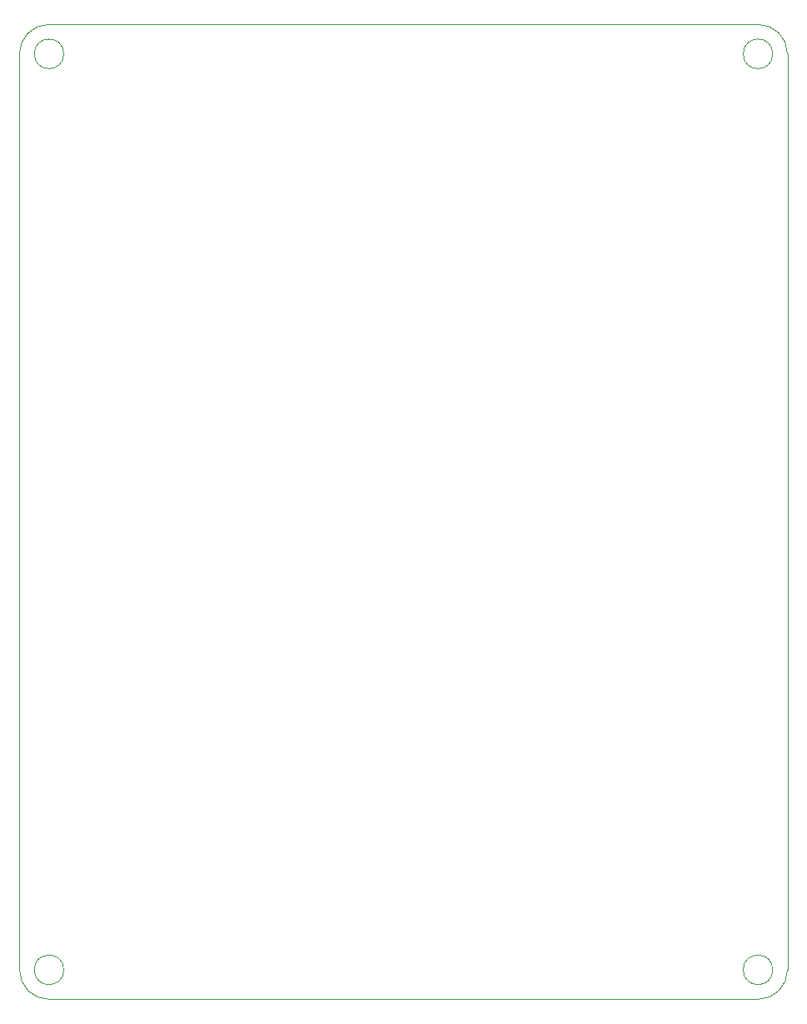
<source format=gbr>
%TF.GenerationSoftware,KiCad,Pcbnew,9.0.4*%
%TF.CreationDate,2025-09-21T19:32:40-04:00*%
%TF.ProjectId,Nanopositioner_V10,4e616e6f-706f-4736-9974-696f6e65725f,rev?*%
%TF.SameCoordinates,Original*%
%TF.FileFunction,Profile,NP*%
%FSLAX46Y46*%
G04 Gerber Fmt 4.6, Leading zero omitted, Abs format (unit mm)*
G04 Created by KiCad (PCBNEW 9.0.4) date 2025-09-21 19:32:40*
%MOMM*%
%LPD*%
G01*
G04 APERTURE LIST*
%TA.AperFunction,Profile*%
%ADD10C,0.050000*%
%TD*%
G04 APERTURE END LIST*
D10*
X104000000Y-140000000D02*
G75*
G02*
X101000000Y-137000000I0J3000000D01*
G01*
X179000000Y-137000000D02*
G75*
G02*
X176000000Y-140000000I-3000000J0D01*
G01*
X101000000Y-44000000D02*
G75*
G02*
X104000000Y-41000000I3000000J0D01*
G01*
X176000000Y-41000000D02*
G75*
G02*
X179000000Y-44000000I0J-3000000D01*
G01*
X101000000Y-137000000D02*
X101000000Y-44000000D01*
X176000000Y-140000000D02*
X104000000Y-140000000D01*
X179000000Y-44000000D02*
X179000000Y-137000000D01*
X104000000Y-41000000D02*
X176000000Y-41000000D01*
X105500000Y-137000000D02*
G75*
G02*
X102500000Y-137000000I-1500000J0D01*
G01*
X102500000Y-137000000D02*
G75*
G02*
X105500000Y-137000000I1500000J0D01*
G01*
X177500000Y-137000000D02*
G75*
G02*
X174500000Y-137000000I-1500000J0D01*
G01*
X174500000Y-137000000D02*
G75*
G02*
X177500000Y-137000000I1500000J0D01*
G01*
X177500000Y-44000000D02*
G75*
G02*
X174500000Y-44000000I-1500000J0D01*
G01*
X174500000Y-44000000D02*
G75*
G02*
X177500000Y-44000000I1500000J0D01*
G01*
X105500000Y-44000000D02*
G75*
G02*
X102500000Y-44000000I-1500000J0D01*
G01*
X102500000Y-44000000D02*
G75*
G02*
X105500000Y-44000000I1500000J0D01*
G01*
M02*

</source>
